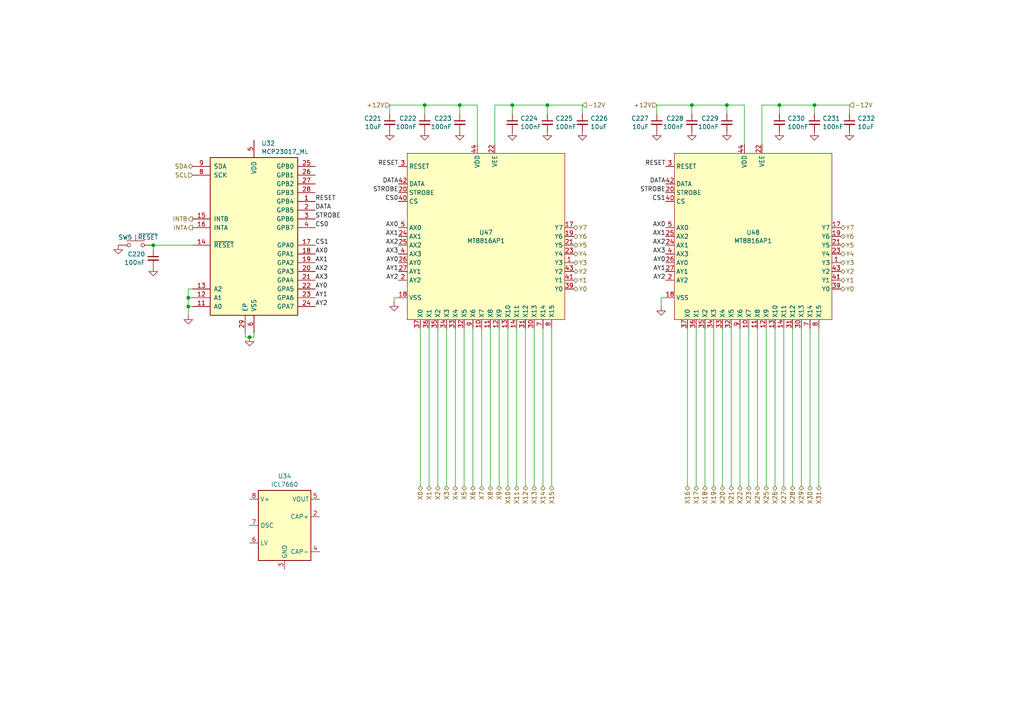
<source format=kicad_sch>
(kicad_sch (version 20250114) (generator "eeschema") (generator_version "9.0")
  (paper "A4")
  (lib_symbols
    (symbol "AudioPanelLibrary:MT8816AP1"
      (property "Reference" "U" (at 0.254 2.286 0))
      (property "Value" "MT8816AP1" (at 0.254 -0.762 0))
      (symbol "MT8816AP1_0_0"
        (pin input line (at -25.4 20.32 0) (length 2.54) (name "RESET") (number "3"))
        (pin input line (at -25.4 15.24 0) (length 2.54) (name "DATA") (number "42"))
        (pin input line (at -25.4 12.7 0) (length 2.54) (name "STROBE") (number "20"))
        (pin input line (at -25.4 10.16 0) (length 2.54) (name "CS") (number "40"))
        (pin input line (at -25.4 2.54 0) (length 2.54) (name "AX0") (number "5"))
        (pin input line (at -25.4 0 0) (length 2.54) (name "AX2") (number "25"))
        (pin input line (at -25.4 -2.54 0) (length 2.54) (name "AX1") (number "24"))
        (pin input line (at -25.4 -5.08 0) (length 2.54) (name "AX3") (number "4"))
        (pin input line (at -25.4 -7.62 0) (length 2.54) (name "AY0") (number "26"))
        (pin input line (at -25.4 -10.16 0) (length 2.54) (name "AY1") (number "27"))
        (pin input line (at -25.4 -12.7 0) (length 2.54) (name "AY2") (number "2"))
        (pin power_in line (at -25.4 -17.78 0) (length 2.54) (name "VSS") (number "18"))
        (pin bidirectional line (at -19.05 -26.67 90) (length 2.54) (name "X0") (number "37"))
        (pin bidirectional line (at -16.51 -26.67 90) (length 2.54) (name "X1") (number "36"))
        (pin bidirectional line (at -13.97 -26.67 90) (length 2.54) (name "X2") (number "35"))
        (pin bidirectional line (at -11.43 -26.67 90) (length 2.54) (name "X3") (number "34"))
        (pin bidirectional line (at -8.89 -26.67 90) (length 2.54) (name "X4") (number "33"))
        (pin bidirectional line (at -6.35 -26.67 90) (length 2.54) (name "X5") (number "32"))
        (pin bidirectional line (at -3.81 -26.67 90) (length 2.54) (name "X6") (number "9"))
        (pin power_in line (at -2.54 26.67 270) (length 2.54) (name "VDD") (number "44"))
        (pin bidirectional line (at -1.27 -26.67 90) (length 2.54) (name "X7") (number "10"))
        (pin bidirectional line (at 1.27 -26.67 90) (length 2.54) (name "X8") (number "11"))
        (pin power_in line (at 2.54 26.67 270) (length 2.54) (name "VEE") (number "22"))
        (pin bidirectional line (at 3.81 -26.67 90) (length 2.54) (name "X9") (number "12"))
        (pin bidirectional line (at 6.35 -26.67 90) (length 2.54) (name "X10") (number "13"))
        (pin bidirectional line (at 8.89 -26.67 90) (length 2.54) (name "X11") (number "14"))
        (pin bidirectional line (at 11.43 -26.67 90) (length 2.54) (name "X12") (number "31"))
        (pin bidirectional line (at 13.97 -26.67 90) (length 2.54) (name "X13") (number "30"))
        (pin bidirectional line (at 16.51 -26.67 90) (length 2.54) (name "X14") (number "7"))
        (pin bidirectional line (at 19.05 -26.67 90) (length 2.54) (name "X15") (number "8"))
        (pin no_connect line (at 25.4 20.32 180) (length 2.54) (hide yes) (name "NC") (number "6"))
        (pin no_connect line (at 25.4 17.78 180) (length 2.54) (hide yes) (name "NC") (number "15"))
        (pin no_connect line (at 25.4 15.24 180) (length 2.54) (hide yes) (name "NC") (number "16"))
        (pin no_connect line (at 25.4 12.7 180) (length 2.54) (hide yes) (name "NC") (number "28"))
        (pin no_connect line (at 25.4 10.16 180) (length 2.54) (hide yes) (name "NC") (number "29"))
        (pin no_connect line (at 25.4 7.62 180) (length 2.54) (hide yes) (name "NC") (number "38"))
        (pin bidirectional line (at 25.4 2.54 180) (length 2.54) (name "Y7") (number "17"))
        (pin bidirectional line (at 25.4 0 180) (length 2.54) (name "Y6") (number "19"))
        (pin bidirectional line (at 25.4 -2.54 180) (length 2.54) (name "Y5") (number "21"))
        (pin bidirectional line (at 25.4 -5.08 180) (length 2.54) (name "Y4") (number "23"))
        (pin bidirectional line (at 25.4 -7.62 180) (length 2.54) (name "Y3") (number "1"))
        (pin bidirectional line (at 25.4 -10.16 180) (length 2.54) (name "Y2") (number "43"))
        (pin bidirectional line (at 25.4 -12.7 180) (length 2.54) (name "Y1") (number "41"))
        (pin bidirectional line (at 25.4 -15.24 180) (length 2.54) (name "Y0") (number "39"))
      )
      (symbol "MT8816AP1_1_1"
        (rectangle (start -22.86 24.13) (end 22.86 -24.13) (fill (type background)))
      )
    )
    (symbol "Device:C_Small" (pin_numbers (hide yes)) (pin_names (offset 0.254) (hide yes))
      (property "Reference" "C" (at 0.254 1.778 0))
      (property "Value" "C_Small" (at 0.254 -2.032 0))
      (symbol "C_Small_0_1"
        (polyline (pts (xy -1.524 0.508) (xy 1.524 0.508)) (stroke (width 0.3048)))
        (polyline (pts (xy -1.524 -0.508) (xy 1.524 -0.508)) (stroke (width 0.3302)))
      )
      (symbol "C_Small_1_1"
        (pin passive line (at 0 2.54 270) (length 2.032) (name "~") (number "1"))
        (pin passive line (at 0 -2.54 90) (length 2.032) (name "~") (number "2"))
      )
    )
    (symbol "Interface_Expansion:MCP23017_ML" (pin_names (offset 1.016))
      (property "Reference" "U" (at -11.43 24.13 0))
      (property "Value" "MCP23017_ML" (at 0 0 0))
      (symbol "MCP23017_ML_0_1"
        (rectangle (start -12.7 22.86) (end 12.7 -22.86) (stroke (width 0.254)) (fill (type background)))
      )
      (symbol "MCP23017_ML_1_1"
        (pin bidirectional line (at -17.78 20.32 0) (length 5.08) (name "SDA") (number "9"))
        (pin input line (at -17.78 17.78 0) (length 5.08) (name "SCK") (number "8"))
        (pin tri_state line (at -17.78 5.08 0) (length 5.08) (name "INTB") (number "15"))
        (pin tri_state line (at -17.78 2.54 0) (length 5.08) (name "INTA") (number "16"))
        (pin input line (at -17.78 -2.54 0) (length 5.08) (name "~{RESET}") (number "14"))
        (pin input line (at -17.78 -15.24 0) (length 5.08) (name "A2") (number "13"))
        (pin input line (at -17.78 -17.78 0) (length 5.08) (name "A1") (number "12"))
        (pin input line (at -17.78 -20.32 0) (length 5.08) (name "A0") (number "11"))
        (pin no_connect line (at -12.7 15.24 0) (length 5.08) (hide yes) (name "NC") (number "7"))
        (pin no_connect line (at -12.7 12.7 0) (length 5.08) (hide yes) (name "NC") (number "10"))
        (pin passive line (at -2.54 -27.94 90) (length 5.08) (name "EP") (number "29"))
        (pin power_in line (at 0 27.94 270) (length 5.08) (name "VDD") (number "5"))
        (pin power_in line (at 0 -27.94 90) (length 5.08) (name "VSS") (number "6"))
        (pin bidirectional line (at 17.78 20.32 180) (length 5.08) (name "GPB0") (number "25"))
        (pin bidirectional line (at 17.78 17.78 180) (length 5.08) (name "GPB1") (number "26"))
        (pin bidirectional line (at 17.78 15.24 180) (length 5.08) (name "GPB2") (number "27"))
        (pin bidirectional line (at 17.78 12.7 180) (length 5.08) (name "GPB3") (number "28"))
        (pin bidirectional line (at 17.78 10.16 180) (length 5.08) (name "GPB4") (number "1"))
        (pin bidirectional line (at 17.78 7.62 180) (length 5.08) (name "GPB5") (number "2"))
        (pin bidirectional line (at 17.78 5.08 180) (length 5.08) (name "GPB6") (number "3"))
        (pin output line (at 17.78 2.54 180) (length 5.08) (name "GPB7") (number "4"))
        (pin bidirectional line (at 17.78 -2.54 180) (length 5.08) (name "GPA0") (number "17"))
        (pin bidirectional line (at 17.78 -5.08 180) (length 5.08) (name "GPA1") (number "18"))
        (pin bidirectional line (at 17.78 -7.62 180) (length 5.08) (name "GPA2") (number "19"))
        (pin bidirectional line (at 17.78 -10.16 180) (length 5.08) (name "GPA3") (number "20"))
        (pin bidirectional line (at 17.78 -12.7 180) (length 5.08) (name "GPA4") (number "21"))
        (pin bidirectional line (at 17.78 -15.24 180) (length 5.08) (name "GPA5") (number "22"))
        (pin bidirectional line (at 17.78 -17.78 180) (length 5.08) (name "GPA6") (number "23"))
        (pin output line (at 17.78 -20.32 180) (length 5.08) (name "GPA7") (number "24"))
      )
    )
    (symbol "MT8816AP1_1"
      (property "Reference" "U" (at 0.254 2.286 0))
      (property "Value" "MT8816AP1" (at 0.254 -0.762 0))
      (symbol "MT8816AP1_1_0_0"
        (pin input line (at -25.4 20.32 0) (length 2.54) (name "RESET") (number "3"))
        (pin input line (at -25.4 15.24 0) (length 2.54) (name "DATA") (number "42"))
        (pin input line (at -25.4 12.7 0) (length 2.54) (name "STROBE") (number "20"))
        (pin input line (at -25.4 10.16 0) (length 2.54) (name "CS") (number "40"))
        (pin input line (at -25.4 2.54 0) (length 2.54) (name "AX0") (number "5"))
        (pin input line (at -25.4 0 0) (length 2.54) (name "AX1") (number "24"))
        (pin input line (at -25.4 -2.54 0) (length 2.54) (name "AX2") (number "25"))
        (pin input line (at -25.4 -5.08 0) (length 2.54) (name "AX3") (number "4"))
        (pin input line (at -25.4 -7.62 0) (length 2.54) (name "AY0") (number "26"))
        (pin input line (at -25.4 -10.16 0) (length 2.54) (name "AY1") (number "27"))
        (pin input line (at -25.4 -12.7 0) (length 2.54) (name "AY2") (number "2"))
        (pin power_in line (at -25.4 -17.78 0) (length 2.54) (name "VSS") (number "18"))
        (pin bidirectional line (at -19.05 -26.67 90) (length 2.54) (name "X0") (number "37"))
        (pin bidirectional line (at -16.51 -26.67 90) (length 2.54) (name "X1") (number "36"))
        (pin bidirectional line (at -13.97 -26.67 90) (length 2.54) (name "X2") (number "35"))
        (pin bidirectional line (at -11.43 -26.67 90) (length 2.54) (name "X3") (number "34"))
        (pin bidirectional line (at -8.89 -26.67 90) (length 2.54) (name "X4") (number "33"))
        (pin bidirectional line (at -6.35 -26.67 90) (length 2.54) (name "X5") (number "32"))
        (pin bidirectional line (at -3.81 -26.67 90) (length 2.54) (name "X6") (number "9"))
        (pin power_in line (at -2.54 26.67 270) (length 2.54) (name "VDD") (number "44"))
        (pin bidirectional line (at -1.27 -26.67 90) (length 2.54) (name "X7") (number "10"))
        (pin bidirectional line (at 1.27 -26.67 90) (length 2.54) (name "X8") (number "11"))
        (pin power_in line (at 2.54 26.67 270) (length 2.54) (name "VEE") (number "22"))
        (pin bidirectional line (at 3.81 -26.67 90) (length 2.54) (name "X9") (number "12"))
        (pin bidirectional line (at 6.35 -26.67 90) (length 2.54) (name "X10") (number "13"))
        (pin bidirectional line (at 8.89 -26.67 90) (length 2.54) (name "X11") (number "14"))
        (pin bidirectional line (at 11.43 -26.67 90) (length 2.54) (name "X12") (number "31"))
        (pin bidirectional line (at 13.97 -26.67 90) (length 2.54) (name "X13") (number "30"))
        (pin bidirectional line (at 16.51 -26.67 90) (length 2.54) (name "X14") (number "7"))
        (pin bidirectional line (at 19.05 -26.67 90) (length 2.54) (name "X15") (number "8"))
        (pin no_connect line (at 25.4 20.32 180) (length 2.54) (hide yes) (name "NC") (number "6"))
        (pin no_connect line (at 25.4 17.78 180) (length 2.54) (hide yes) (name "NC") (number "15"))
        (pin no_connect line (at 25.4 15.24 180) (length 2.54) (hide yes) (name "NC") (number "16"))
        (pin no_connect line (at 25.4 12.7 180) (length 2.54) (hide yes) (name "NC") (number "28"))
        (pin no_connect line (at 25.4 10.16 180) (length 2.54) (hide yes) (name "NC") (number "29"))
        (pin no_connect line (at 25.4 7.62 180) (length 2.54) (hide yes) (name "NC") (number "38"))
        (pin bidirectional line (at 25.4 2.54 180) (length 2.54) (name "Y7") (number "17"))
        (pin bidirectional line (at 25.4 0 180) (length 2.54) (name "Y6") (number "19"))
        (pin bidirectional line (at 25.4 -2.54 180) (length 2.54) (name "Y5") (number "21"))
        (pin bidirectional line (at 25.4 -5.08 180) (length 2.54) (name "Y4") (number "23"))
        (pin bidirectional line (at 25.4 -7.62 180) (length 2.54) (name "Y3") (number "1"))
        (pin bidirectional line (at 25.4 -10.16 180) (length 2.54) (name "Y2") (number "43"))
        (pin bidirectional line (at 25.4 -12.7 180) (length 2.54) (name "Y1") (number "41"))
        (pin bidirectional line (at 25.4 -15.24 180) (length 2.54) (name "Y0") (number "39"))
      )
      (symbol "MT8816AP1_1_1_1"
        (rectangle (start -22.86 24.13) (end 22.86 -24.13) (fill (type background)))
      )
    )
    (symbol "Regulator_SwitchedCapacitor:ICL7660"
      (property "Reference" "U" (at -6.35 11.43 0))
      (property "Value" "ICL7660" (at 3.81 11.43 0))
      (symbol "ICL7660_0_1"
        (rectangle (start -7.62 10.16) (end 7.62 -10.16) (stroke (width 0.254)) (fill (type background)))
      )
      (symbol "ICL7660_1_1"
        (pin power_in line (at -10.16 7.62 0) (length 2.54) (name "V+") (number "8"))
        (pin input line (at -10.16 0 0) (length 2.54) (name "OSC") (number "7"))
        (pin input line (at -10.16 -5.08 0) (length 2.54) (name "LV") (number "6"))
        (pin no_connect line (at -7.62 5.08 0) (length 2.54) (hide yes) (name "NC") (number "1"))
        (pin power_in line (at 0 -12.7 90) (length 2.54) (name "GND") (number "3"))
        (pin power_out line (at 10.16 7.62 180) (length 2.54) (name "VOUT") (number "5"))
        (pin input line (at 10.16 2.54 180) (length 2.54) (name "CAP+") (number "2"))
        (pin input line (at 10.16 -7.62 180) (length 2.54) (name "CAP-") (number "4"))
      )
    )
    (symbol "Switch:SW_Push" (pin_numbers (hide yes)) (pin_names (offset 1.016) (hide yes))
      (property "Reference" "SW" (at 1.27 2.54 0))
      (property "Value" "SW_Push" (at 0 -1.524 0))
      (symbol "SW_Push_0_1"
        (circle (center -2.032 0) (radius 0.508))
        (polyline (pts (xy 0 1.27) (xy 0 3.048)))
        (circle (center 2.032 0) (radius 0.508))
        (polyline (pts (xy 2.54 1.27) (xy -2.54 1.27)))
        (pin passive line (at -5.08 0 0) (length 2.54) (name "1") (number "1"))
        (pin passive line (at 5.08 0 180) (length 2.54) (name "2") (number "2"))
      )
    )
    (symbol "power:GND" (power) (pin_numbers (hide yes)) (pin_names (offset 0) (hide yes))
      (property "Value" "GND" (at 0 -3.81 0))
      (symbol "GND_0_1"
        (polyline (pts (xy 0 0) (xy 0 -1.27) (xy 1.27 -1.27) (xy 0 -2.54) (xy -1.27 -1.27) (xy 0 -1.27)))
      )
      (symbol "GND_1_1"
        (pin power_in line (at 0 0 270) (length 0) (name "~") (number "1"))
      )
    )
  )
  (junction (at 123.19 30.48))
  (junction (at 133.35 30.48))
  (junction (at 210.82 30.48))
  (junction (at 158.75 30.48))
  (junction (at 226.06 30.48))
  (junction (at 200.66 30.48))
  (junction (at 148.59 30.48))
  (junction (at 72.39 97.79))
  (junction (at 54.61 88.9))
  (junction (at 236.22 30.48))
  (junction (at 44.45 71.12))
  (junction (at 54.61 86.36))
  (wire (pts (xy 123.19 30.48) (xy 133.35 30.48)))
  (wire (pts (xy 114.3 86.36) (xy 115.57 86.36)))
  (wire (pts (xy 121.92 95.25) (xy 121.92 140.97)))
  (wire (pts (xy 73.66 96.52) (xy 73.66 97.79)))
  (wire (pts (xy 54.61 86.36) (xy 55.88 86.36)))
  (wire (pts (xy 226.06 30.48) (xy 226.06 33.02)))
  (wire (pts (xy 147.32 95.25) (xy 147.32 140.97)))
  (wire (pts (xy 123.19 33.02) (xy 123.19 30.48)))
  (wire (pts (xy 54.61 83.82) (xy 55.88 83.82)))
  (wire (pts (xy 201.93 95.25) (xy 201.93 140.97)))
  (wire (pts (xy 54.61 91.44) (xy 54.61 88.9)))
  (wire (pts (xy 129.54 95.25) (xy 129.54 140.97)))
  (wire (pts (xy 144.78 95.25) (xy 144.78 140.97)))
  (wire (pts (xy 152.4 95.25) (xy 152.4 140.97)))
  (wire (pts (xy 73.66 97.79) (xy 72.39 97.79)))
  (wire (pts (xy 209.55 95.25) (xy 209.55 140.97)))
  (wire (pts (xy 134.62 95.25) (xy 134.62 140.97)))
  (wire (pts (xy 168.91 30.48) (xy 168.91 33.02)))
  (wire (pts (xy 229.87 95.25) (xy 229.87 140.97)))
  (wire (pts (xy 72.39 97.79) (xy 71.12 97.79)))
  (wire (pts (xy 160.02 95.25) (xy 160.02 140.97)))
  (wire (pts (xy 154.94 95.25) (xy 154.94 140.97)))
  (wire (pts (xy 158.75 30.48) (xy 158.75 33.02)))
  (wire (pts (xy 190.5 30.48) (xy 200.66 30.48)))
  (wire (pts (xy 54.61 88.9) (xy 54.61 86.36)))
  (wire (pts (xy 54.61 86.36) (xy 54.61 83.82)))
  (wire (pts (xy 217.17 95.25) (xy 217.17 140.97)))
  (wire (pts (xy 54.61 88.9) (xy 55.88 88.9)))
  (wire (pts (xy 157.48 95.25) (xy 157.48 140.97)))
  (wire (pts (xy 113.03 30.48) (xy 113.03 33.02)))
  (wire (pts (xy 127 95.25) (xy 127 140.97)))
  (wire (pts (xy 246.38 30.48) (xy 246.38 33.02)))
  (wire (pts (xy 149.86 95.25) (xy 149.86 140.97)))
  (wire (pts (xy 158.75 30.48) (xy 168.91 30.48)))
  (wire (pts (xy 212.09 95.25) (xy 212.09 140.97)))
  (wire (pts (xy 138.43 30.48) (xy 133.35 30.48)))
  (wire (pts (xy 148.59 30.48) (xy 158.75 30.48)))
  (wire (pts (xy 114.3 87.63) (xy 114.3 86.36)))
  (wire (pts (xy 214.63 95.25) (xy 214.63 140.97)))
  (wire (pts (xy 210.82 30.48) (xy 210.82 33.02)))
  (wire (pts (xy 236.22 30.48) (xy 236.22 33.02)))
  (wire (pts (xy 226.06 30.48) (xy 236.22 30.48)))
  (wire (pts (xy 199.39 95.25) (xy 199.39 140.97)))
  (wire (pts (xy 148.59 30.48) (xy 148.59 33.02)))
  (wire (pts (xy 133.35 30.48) (xy 133.35 33.02)))
  (wire (pts (xy 234.95 95.25) (xy 234.95 140.97)))
  (wire (pts (xy 143.51 30.48) (xy 148.59 30.48)))
  (wire (pts (xy 224.79 95.25) (xy 224.79 140.97)))
  (wire (pts (xy 207.01 95.25) (xy 207.01 140.97)))
  (wire (pts (xy 227.33 95.25) (xy 227.33 140.97)))
  (wire (pts (xy 237.49 95.25) (xy 237.49 140.97)))
  (wire (pts (xy 215.9 30.48) (xy 210.82 30.48)))
  (wire (pts (xy 191.77 88.9) (xy 191.77 86.36)))
  (wire (pts (xy 44.45 71.12) (xy 44.45 72.39)))
  (wire (pts (xy 220.98 41.91) (xy 220.98 30.48)))
  (wire (pts (xy 200.66 30.48) (xy 210.82 30.48)))
  (wire (pts (xy 142.24 95.25) (xy 142.24 140.97)))
  (wire (pts (xy 222.25 95.25) (xy 222.25 140.97)))
  (wire (pts (xy 190.5 30.48) (xy 190.5 33.02)))
  (wire (pts (xy 219.71 95.25) (xy 219.71 140.97)))
  (wire (pts (xy 132.08 95.25) (xy 132.08 140.97)))
  (wire (pts (xy 124.46 95.25) (xy 124.46 140.97)))
  (wire (pts (xy 236.22 30.48) (xy 246.38 30.48)))
  (wire (pts (xy 139.7 95.25) (xy 139.7 140.97)))
  (wire (pts (xy 215.9 41.91) (xy 215.9 30.48)))
  (wire (pts (xy 200.66 33.02) (xy 200.66 30.48)))
  (wire (pts (xy 204.47 95.25) (xy 204.47 140.97)))
  (wire (pts (xy 44.45 71.12) (xy 55.88 71.12)))
  (wire (pts (xy 137.16 95.25) (xy 137.16 140.97)))
  (wire (pts (xy 71.12 96.52) (xy 71.12 97.79)))
  (wire (pts (xy 143.51 41.91) (xy 143.51 30.48)))
  (wire (pts (xy 191.77 86.36) (xy 193.04 86.36)))
  (wire (pts (xy 220.98 30.48) (xy 226.06 30.48)))
  (wire (pts (xy 113.03 30.48) (xy 123.19 30.48)))
  (wire (pts (xy 138.43 41.91) (xy 138.43 30.48)))
  (wire (pts (xy 232.41 95.25) (xy 232.41 140.97)))
  (label "CS0" (at 115.57 58.42 180))
  (label "RESET" (at 115.57 48.26 180))
  (label "AX2" (at 193.04 71.12 180))
  (label "AY0" (at 115.57 76.2 180))
  (label "STROBE" (at 115.57 55.88 180))
  (label "AX2" (at 91.44 78.74 0))
  (label "AY0" (at 91.44 83.82 0))
  (label "AX1" (at 91.44 76.2 0))
  (label "AX0" (at 193.04 66.04 180))
  (label "AY2" (at 115.57 81.28 180))
  (label "AY1" (at 91.44 86.36 0))
  (label "AY1" (at 115.57 78.74 180))
  (label "CS1" (at 91.44 71.12 0))
  (label "CS0" (at 91.44 66.04 0))
  (label "AY2" (at 91.44 88.9 0))
  (label "AX1" (at 193.04 68.58 180))
  (label "RESET" (at 91.44 58.42 0))
  (label "STROBE" (at 193.04 55.88 180))
  (label "AY1" (at 193.04 78.74 180))
  (label "DATA" (at 115.57 53.34 180))
  (label "AX0" (at 91.44 73.66 0))
  (label "AX0" (at 115.57 66.04 180))
  (label "RESET" (at 193.04 48.26 180))
  (label "AX1" (at 115.57 68.58 180))
  (label "AX3" (at 91.44 81.28 0))
  (label "AX3" (at 115.57 73.66 180))
  (label "DATA" (at 193.04 53.34 180))
  (label "AY2" (at 193.04 81.28 180))
  (label "AX3" (at 193.04 73.66 180))
  (label "CS1" (at 193.04 58.42 180))
  (label "AY0" (at 193.04 76.2 180))
  (label "STROBE" (at 91.44 63.5 0))
  (label "DATA" (at 91.44 60.96 0))
  (label "AX2" (at 115.57 71.12 180))
  (hierarchical_label "-12V" (shape input) (at 168.91 30.48 0))
  (hierarchical_label "X27" (shape bidirectional) (at 227.33 140.97 270))
  (hierarchical_label "Y6" (shape bidirectional) (at 166.37 68.58 0))
  (hierarchical_label "X23" (shape bidirectional) (at 217.17 140.97 270))
  (hierarchical_label "X0" (shape bidirectional) (at 121.92 140.97 270))
  (hierarchical_label "Y2" (shape bidirectional) (at 243.84 78.74 0))
  (hierarchical_label "Y0" (shape bidirectional) (at 243.84 83.82 0))
  (hierarchical_label "X7" (shape bidirectional) (at 139.7 140.97 270))
  (hierarchical_label "Y5" (shape bidirectional) (at 243.84 71.12 0))
  (hierarchical_label "Y4" (shape bidirectional) (at 243.84 73.66 0))
  (hierarchical_label "Y1" (shape bidirectional) (at 243.84 81.28 0))
  (hierarchical_label "Y1" (shape bidirectional) (at 166.37 81.28 0))
  (hierarchical_label "X6" (shape bidirectional) (at 137.16 140.97 270))
  (hierarchical_label "-12V" (shape input) (at 246.38 30.48 0))
  (hierarchical_label "X20" (shape bidirectional) (at 209.55 140.97 270))
  (hierarchical_label "Y3" (shape bidirectional) (at 166.37 76.2 0))
  (hierarchical_label "Y2" (shape bidirectional) (at 166.37 78.74 0))
  (hierarchical_label "X9" (shape bidirectional) (at 144.78 140.97 270))
  (hierarchical_label "X30" (shape bidirectional) (at 234.95 140.97 270))
  (hierarchical_label "Y7" (shape bidirectional) (at 166.37 66.04 0))
  (hierarchical_label "X12" (shape bidirectional) (at 152.4 140.97 270))
  (hierarchical_label "X13" (shape bidirectional) (at 154.94 140.97 270))
  (hierarchical_label "SDA" (shape bidirectional) (at 55.88 48.26 180))
  (hierarchical_label "Y4" (shape bidirectional) (at 166.37 73.66 0))
  (hierarchical_label "X21" (shape bidirectional) (at 212.09 140.97 270))
  (hierarchical_label "+12V" (shape input) (at 113.03 30.48 180))
  (hierarchical_label "Y5" (shape bidirectional) (at 166.37 71.12 0))
  (hierarchical_label "X8" (shape bidirectional) (at 142.24 140.97 270))
  (hierarchical_label "Y7" (shape bidirectional) (at 243.84 66.04 0))
  (hierarchical_label "SCL" (shape input) (at 55.88 50.8 180))
  (hierarchical_label "X25" (shape bidirectional) (at 222.25 140.97 270))
  (hierarchical_label "X19" (shape bidirectional) (at 207.01 140.97 270))
  (hierarchical_label "X1" (shape bidirectional) (at 124.46 140.97 270))
  (hierarchical_label "X3" (shape bidirectional) (at 129.54 140.97 270))
  (hierarchical_label "Y0" (shape bidirectional) (at 166.37 83.82 0))
  (hierarchical_label "Y6" (shape bidirectional) (at 243.84 68.58 0))
  (hierarchical_label "X29" (shape bidirectional) (at 232.41 140.97 270))
  (hierarchical_label "X28" (shape bidirectional) (at 229.87 140.97 270))
  (hierarchical_label "X16" (shape bidirectional) (at 199.39 140.97 270))
  (hierarchical_label "X24" (shape bidirectional) (at 219.71 140.97 270))
  (hierarchical_label "X18" (shape bidirectional) (at 204.47 140.97 270))
  (hierarchical_label "X17" (shape bidirectional) (at 201.93 140.97 270))
  (hierarchical_label "INTA" (shape output) (at 55.88 66.04 180))
  (hierarchical_label "X22" (shape bidirectional) (at 214.63 140.97 270))
  (hierarchical_label "X14" (shape bidirectional) (at 157.48 140.97 270))
  (hierarchical_label "INTB" (shape output) (at 55.88 63.5 180))
  (hierarchical_label "X15" (shape bidirectional) (at 160.02 140.97 270))
  (hierarchical_label "X5" (shape bidirectional) (at 134.62 140.97 270))
  (hierarchical_label "X31" (shape bidirectional) (at 237.49 140.97 270))
  (hierarchical_label "X11" (shape bidirectional) (at 149.86 140.97 270))
  (hierarchical_label "X2" (shape bidirectional) (at 127 140.97 270))
  (hierarchical_label "X10" (shape bidirectional) (at 147.32 140.97 270))
  (hierarchical_label "X26" (shape bidirectional) (at 224.79 140.97 270))
  (hierarchical_label "X4" (shape bidirectional) (at 132.08 140.97 270))
  (hierarchical_label "+12V" (shape input) (at 190.5 30.48 180))
  (hierarchical_label "Y3" (shape bidirectional) (at 243.84 76.2 0))
  (symbol (lib_id "Device:C_Small") (at 246.38 35.56 0) (unit 1)
    (property "Reference" "C232" (at 248.7041 34.3541 0) (effects (justify left)))
    (property "Value" "10uF" (at 248.7041 36.7784 0) (effects (justify left)))
    (property "Description" "Unpolarized capacitor, small symbol" (effects (hide yes)))
  )
  (symbol (lib_id "Device:C_Small") (at 158.75 35.56 0) (unit 1)
    (property "Reference" "C225" (at 161.0741 34.3541 0) (effects (justify left)))
    (property "Value" "100nF" (at 161.0741 36.7784 0) (effects (justify left)))
    (property "Description" "Unpolarized capacitor, small symbol" (effects (hide yes)))
  )
  (symbol (lib_id "power:GND") (at 54.61 91.44 0) (unit 1)
    (property "Reference" "#PWR0399" (effects (hide yes)))
    (property "Value" "GND" (effects (hide yes)))
    (property "Description" "Power symbol creates a global label with name \"GND\" , ground" (effects (hide yes)))
  )
  (symbol (lib_id "power:GND") (at 113.03 38.1 0) (unit 1)
    (property "Reference" "#PWR0401" (effects (hide yes)))
    (property "Value" "GND" (effects (hide yes)))
    (property "Description" "Power symbol creates a global label with name \"GND\" , ground" (effects (hide yes)))
  )
  (symbol (lib_id "AudioPanelLibrary:MT8816AP1") (at 218.44 68.58 0) (unit 1)
    (property "Reference" "U48" (at 218.44 67.4257 0))
    (property "Value" "MT8816AP1" (at 218.44 69.85 0))
    (property "Footprint" "Package_LCC:PLCC-44" (effects (hide yes)))
    (property "Datasheet" "https://www.es.co.th/Schemetic/PDF/MT8816.PDF" (effects (hide yes)))
    (property "Description" "8 x 16 Analog Switch Array" (effects (hide yes)))
  )
  (symbol (lib_id "Device:C_Small") (at 236.22 35.56 0) (unit 1)
    (property "Reference" "C231" (at 238.5441 34.3541 0) (effects (justify left)))
    (property "Value" "100nF" (at 238.5441 36.7784 0) (effects (justify left)))
    (property "Description" "Unpolarized capacitor, small symbol" (effects (hide yes)))
  )
  (symbol (lib_id "Regulator_SwitchedCapacitor:ICL7660") (at 82.55 152.4 0) (unit 1)
    (property "Reference" "U34" (at 82.55 138.0955 0))
    (property "Value" "ICL7660" (at 82.55 140.5198 0))
    (property "Datasheet" "http://datasheets.maximintegrated.com/en/ds/ICL7660-MAX1044.pdf" (effects (hide yes)))
    (property "Description" "Switched-Capacitor Voltage Converter, 1.5V to 10.0V operating supply voltage, 10mA with a 0.5V output drop, SO-8/DIP-8/µMAX-8/TO-99" (effects (hide yes)))
  )
  (symbol (lib_id "power:GND") (at 34.29 71.12 0) (unit 1)
    (property "Reference" "#PWR0397" (effects (hide yes)))
    (property "Value" "GND" (effects (hide yes)))
    (property "Description" "Power symbol creates a global label with name \"GND\" , ground" (effects (hide yes)))
  )
  (symbol (lib_id "power:GND") (at 200.66 38.1 0) (unit 1)
    (property "Reference" "#PWR0414" (effects (hide yes)))
    (property "Value" "GND" (effects (hide yes)))
    (property "Description" "Power symbol creates a global label with name \"GND\" , ground" (effects (hide yes)))
  )
  (symbol (lib_name "MT8816AP1_1") (lib_id "AudioPanelLibrary:MT8816AP1") (at 140.97 68.58 0) (unit 1)
    (property "Reference" "U47" (at 140.97 67.4257 0))
    (property "Value" "MT8816AP1" (at 140.97 69.85 0))
    (property "Footprint" "Package_LCC:PLCC-44" (effects (hide yes)))
    (property "Datasheet" "https://www.es.co.th/Schemetic/PDF/MT8816.PDF" (effects (hide yes)))
    (property "Description" "8 x 16 Analog Switch Array" (effects (hide yes)))
  )
  (symbol (lib_id "power:GND") (at 158.75 38.1 0) (unit 1)
    (property "Reference" "#PWR0408" (effects (hide yes)))
    (property "Value" "GND" (effects (hide yes)))
    (property "Description" "Power symbol creates a global label with name \"GND\" , ground" (effects (hide yes)))
  )
  (symbol (lib_id "Device:C_Small") (at 133.35 35.56 0) (mirror y) (unit 1)
    (property "Reference" "C223" (at 131.0259 34.3541 0) (effects (justify left)))
    (property "Value" "100nF" (at 131.0259 36.7784 0) (effects (justify left)))
    (property "Description" "Unpolarized capacitor, small symbol" (effects (hide yes)))
  )
  (symbol (lib_id "power:GND") (at 114.3 87.63 0) (unit 1)
    (property "Reference" "#PWR0402" (effects (hide yes)))
    (property "Value" "GND" (effects (hide yes)))
    (property "Description" "Power symbol creates a global label with name \"GND\" , ground" (effects (hide yes)))
  )
  (symbol (lib_id "Device:C_Small") (at 44.45 74.93 0) (mirror y) (unit 1)
    (property "Reference" "C220" (at 42.1259 73.7241 0) (effects (justify left)))
    (property "Value" "100nF" (at 42.1259 76.1484 0) (effects (justify left)))
    (property "Description" "Unpolarized capacitor, small symbol" (effects (hide yes)))
  )
  (symbol (lib_id "Device:C_Small") (at 123.19 35.56 0) (mirror y) (unit 1)
    (property "Reference" "C222" (at 120.8659 34.3541 0) (effects (justify left)))
    (property "Value" "100nF" (at 120.8659 36.7784 0) (effects (justify left)))
    (property "Description" "Unpolarized capacitor, small symbol" (effects (hide yes)))
  )
  (symbol (lib_id "Device:C_Small") (at 190.5 35.56 0) (mirror y) (unit 1)
    (property "Reference" "C227" (at 188.1759 34.3541 0) (effects (justify left)))
    (property "Value" "10uF" (at 188.1759 36.7784 0) (effects (justify left)))
    (property "Description" "Unpolarized capacitor, small symbol" (effects (hide yes)))
  )
  (symbol (lib_id "power:GND") (at 72.39 97.79 0) (unit 1)
    (property "Reference" "#PWR0400" (effects (hide yes)))
    (property "Value" "GND" (effects (hide yes)))
    (property "Description" "Power symbol creates a global label with name \"GND\" , ground" (effects (hide yes)))
  )
  (symbol (lib_id "Device:C_Small") (at 200.66 35.56 0) (mirror y) (unit 1)
    (property "Reference" "C228" (at 198.3359 34.3541 0) (effects (justify left)))
    (property "Value" "100nF" (at 198.3359 36.7784 0) (effects (justify left)))
    (property "Description" "Unpolarized capacitor, small symbol" (effects (hide yes)))
  )
  (symbol (lib_id "Switch:SW_Push") (at 39.37 71.12 0) (unit 1)
    (property "Reference" "SW5" (at 36.322 68.834 0))
    (property "Value" "~{RESET}" (at 42.926 68.834 0))
    (property "Footprint" "Button_Switch_SMD:SW_SPST_TL3342" (effects (hide yes)))
    (property "Description" "Push button switch, generic, two pins" (effects (hide yes)))
  )
  (symbol (lib_id "power:GND") (at 246.38 38.1 0) (unit 1)
    (property "Reference" "#PWR0420" (effects (hide yes)))
    (property "Value" "GND" (effects (hide yes)))
    (property "Description" "Power symbol creates a global label with name \"GND\" , ground" (effects (hide yes)))
  )
  (symbol (lib_id "power:GND") (at 133.35 38.1 0) (unit 1)
    (property "Reference" "#PWR0405" (effects (hide yes)))
    (property "Value" "GND" (effects (hide yes)))
    (property "Description" "Power symbol creates a global label with name \"GND\" , ground" (effects (hide yes)))
  )
  (symbol (lib_id "power:GND") (at 210.82 38.1 0) (unit 1)
    (property "Reference" "#PWR0416" (effects (hide yes)))
    (property "Value" "GND" (effects (hide yes)))
    (property "Description" "Power symbol creates a global label with name \"GND\" , ground" (effects (hide yes)))
  )
  (symbol (lib_id "Device:C_Small") (at 210.82 35.56 0) (mirror y) (unit 1)
    (property "Reference" "C229" (at 208.4959 34.3541 0) (effects (justify left)))
    (property "Value" "100nF" (at 208.4959 36.7784 0) (effects (justify left)))
    (property "Description" "Unpolarized capacitor, small symbol" (effects (hide yes)))
  )
  (symbol (lib_id "power:GND") (at 44.45 77.47 0) (unit 1)
    (property "Reference" "#PWR0398" (effects (hide yes)))
    (property "Value" "GND" (effects (hide yes)))
    (property "Description" "Power symbol creates a global label with name \"GND\" , ground" (effects (hide yes)))
  )
  (symbol (lib_id "power:GND") (at 226.06 38.1 0) (unit 1)
    (property "Reference" "#PWR0418" (effects (hide yes)))
    (property "Value" "GND" (effects (hide yes)))
    (property "Description" "Power symbol creates a global label with name \"GND\" , ground" (effects (hide yes)))
  )
  (symbol (lib_id "power:GND") (at 190.5 38.1 0) (unit 1)
    (property "Reference" "#PWR0412" (effects (hide yes)))
    (property "Value" "GND" (effects (hide yes)))
    (property "Description" "Power symbol creates a global label with name \"GND\" , ground" (effects (hide yes)))
  )
  (symbol (lib_id "Device:C_Small") (at 148.59 35.56 0) (unit 1)
    (property "Reference" "C224" (at 150.9141 34.3541 0) (effects (justify left)))
    (property "Value" "100nF" (at 150.9141 36.7784 0) (effects (justify left)))
    (property "Description" "Unpolarized capacitor, small symbol" (effects (hide yes)))
  )
  (symbol (lib_id "power:GND") (at 168.91 38.1 0) (unit 1)
    (property "Reference" "#PWR0409" (effects (hide yes)))
    (property "Value" "GND" (effects (hide yes)))
    (property "Description" "Power symbol creates a global label with name \"GND\" , ground" (effects (hide yes)))
  )
  (symbol (lib_id "power:GND") (at 123.19 38.1 0) (unit 1)
    (property "Reference" "#PWR0403" (effects (hide yes)))
    (property "Value" "GND" (effects (hide yes)))
    (property "Description" "Power symbol creates a global label with name \"GND\" , ground" (effects (hide yes)))
  )
  (symbol (lib_id "power:GND") (at 191.77 88.9 0) (unit 1)
    (property "Reference" "#PWR0413" (effects (hide yes)))
    (property "Value" "GND" (effects (hide yes)))
    (property "Description" "Power symbol creates a global label with name \"GND\" , ground" (effects (hide yes)))
  )
  (symbol (lib_id "power:GND") (at 236.22 38.1 0) (unit 1)
    (property "Reference" "#PWR0419" (effects (hide yes)))
    (property "Value" "GND" (effects (hide yes)))
    (property "Description" "Power symbol creates a global label with name \"GND\" , ground" (effects (hide yes)))
  )
  (symbol (lib_id "Device:C_Small") (at 226.06 35.56 0) (unit 1)
    (property "Reference" "C230" (at 228.3841 34.3541 0) (effects (justify left)))
    (property "Value" "100nF" (at 228.3841 36.7784 0) (effects (justify left)))
    (property "Description" "Unpolarized capacitor, small symbol" (effects (hide yes)))
  )
  (symbol (lib_id "Interface_Expansion:MCP23017_ML") (at 73.66 68.58 0) (unit 1)
    (property "Reference" "U32" (at 75.8033 41.5755 0) (effects (justify left)))
    (property "Value" "MCP23017_ML" (at 75.8033 43.9998 0) (effects (justify left)))
    (property "Footprint" "Package_DFN_QFN:QFN-28-1EP_6x6mm_P0.65mm_EP4.25x4.25mm" (effects (hide yes)))
    (property "Datasheet" "https://ww1.microchip.com/downloads/aemDocuments/documents/APID/ProductDocuments/DataSheets/MCP23017-Data-Sheet-DS20001952.pdf" (effects (hide yes)))
    (property "Description" "16-bit I/O expander, I2C, interrupts, w pull-ups, GPA/B7 output only (https://microchip.my.site.com/s/article/GPA7---GPB7-Cannot-Be-Used-as-Inputs-In-MCP23017), QFN-28" (effects (hide yes)))
  )
  (symbol (lib_id "Device:C_Small") (at 113.03 35.56 0) (mirror y) (unit 1)
    (property "Reference" "C221" (at 110.7059 34.3541 0) (effects (justify left)))
    (property "Value" "10uF" (at 110.7059 36.7784 0) (effects (justify left)))
    (property "Description" "Unpolarized capacitor, small symbol" (effects (hide yes)))
  )
  (symbol (lib_id "Device:C_Small") (at 168.91 35.56 0) (unit 1)
    (property "Reference" "C226" (at 171.2341 34.3541 0) (effects (justify left)))
    (property "Value" "10uF" (at 171.2341 36.7784 0) (effects (justify left)))
    (property "Description" "Unpolarized capacitor, small symbol" (effects (hide yes)))
  )
  (symbol (lib_id "power:GND") (at 148.59 38.1 0) (unit 1)
    (property "Reference" "#PWR0407" (effects (hide yes)))
    (property "Value" "GND" (effects (hide yes)))
    (property "Description" "Power symbol creates a global label with name \"GND\" , ground" (effects (hide yes)))
  )
)
</source>
